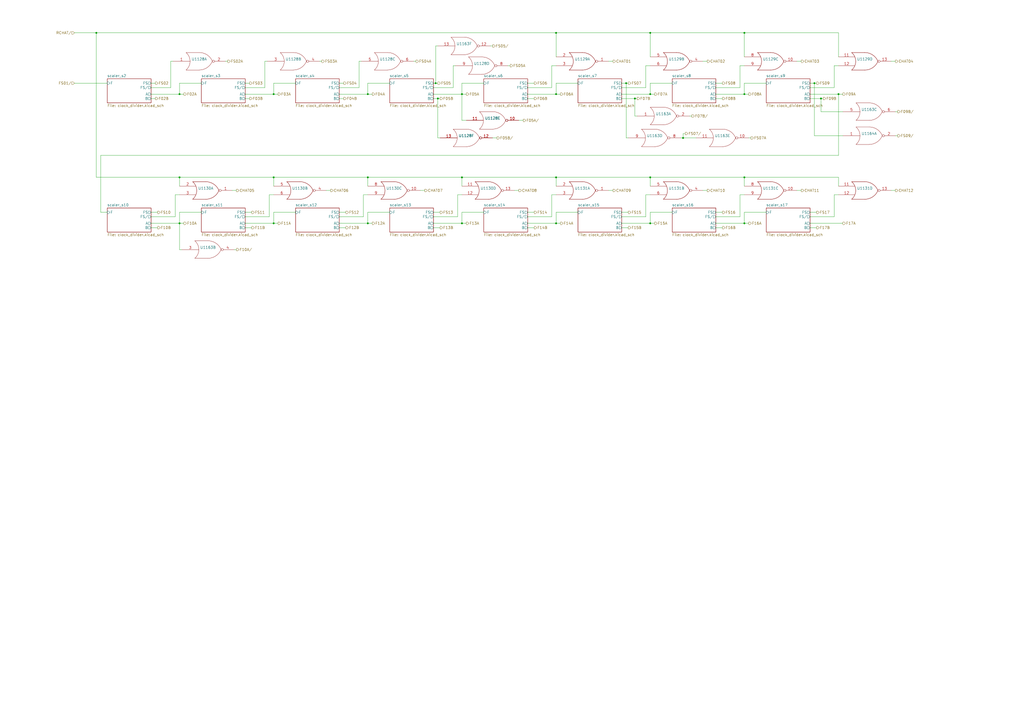
<source format=kicad_sch>
(kicad_sch (version 20211123) (generator eeschema)
  (paper "A2")
  (lib_symbols
    (symbol "agc_kicad_components:74HC02" (pin_names (offset 0.762))
      (property "Reference" "U" (at 0 1.27 0))
      (symbol "74HC02_1_1"
        (arc (start -7.62 -5.08) (mid -5.2708 0) (end -7.62 5.08) (stroke (width 0.2032)))
        (arc (start 0 -5.08) (mid 4.5812 -3.6906) (end 7.62 0) (stroke (width 0.2032)))
        (polyline (pts (xy -7.62 -5.08) (xy 0 -5.08)) (stroke (width 0.2032)))
        (polyline (pts (xy -7.62 5.08) (xy 0 5.08)) (stroke (width 0.2032)))
        (arc (start 7.62 0) (mid 4.5727 3.6819) (end 0 5.08) (stroke (width 0.2032)))
        (pin output inverted (at 15.24 0 180) (length 7.62) (name "~") (number "1"))
        (pin input line (at -15.24 2.54 0) (length 9.398) (name "~") (number "2"))
        (pin input line (at -15.24 -2.54 0) (length 9.398) (name "~") (number "3"))
      )
      (symbol "74HC02_2_1"
        (arc (start -7.62 -5.08) (mid -5.2708 0) (end -7.62 5.08) (stroke (width 0.2032)))
        (arc (start 0 -5.08) (mid 4.5812 -3.6906) (end 7.62 0) (stroke (width 0.2032)))
        (polyline (pts (xy -7.62 -5.08) (xy 0 -5.08)) (stroke (width 0.2032)))
        (polyline (pts (xy -7.62 5.08) (xy 0 5.08)) (stroke (width 0.2032)))
        (arc (start 7.62 0) (mid 4.5727 3.6819) (end 0 5.08) (stroke (width 0.2032)))
        (pin output inverted (at 15.24 0 180) (length 7.62) (name "~") (number "4"))
        (pin input line (at -15.24 2.54 0) (length 9.398) (name "~") (number "5"))
        (pin input line (at -15.24 -2.54 0) (length 9.398) (name "~") (number "6"))
      )
      (symbol "74HC02_3_1"
        (arc (start -7.62 -5.08) (mid -5.2708 0) (end -7.62 5.08) (stroke (width 0.2032)))
        (arc (start 0 -5.08) (mid 4.5812 -3.6906) (end 7.62 0) (stroke (width 0.2032)))
        (polyline (pts (xy -7.62 -5.08) (xy 0 -5.08)) (stroke (width 0.2032)))
        (polyline (pts (xy -7.62 5.08) (xy 0 5.08)) (stroke (width 0.2032)))
        (arc (start 7.62 0) (mid 4.5727 3.6819) (end 0 5.08) (stroke (width 0.2032)))
        (pin output inverted (at 15.24 0 180) (length 7.62) (name "~") (number "10"))
        (pin input line (at -15.24 2.54 0) (length 9.398) (name "~") (number "8"))
        (pin input line (at -15.24 -2.54 0) (length 9.398) (name "~") (number "9"))
      )
      (symbol "74HC02_4_1"
        (arc (start -7.62 -5.08) (mid -5.2708 0) (end -7.62 5.08) (stroke (width 0.2032)))
        (arc (start 0 -5.08) (mid 4.5812 -3.6906) (end 7.62 0) (stroke (width 0.2032)))
        (polyline (pts (xy -7.62 -5.08) (xy 0 -5.08)) (stroke (width 0.2032)))
        (polyline (pts (xy -7.62 5.08) (xy 0 5.08)) (stroke (width 0.2032)))
        (arc (start 7.62 0) (mid 4.5727 3.6819) (end 0 5.08) (stroke (width 0.2032)))
        (pin input line (at -15.24 2.54 0) (length 9.398) (name "~") (number "11"))
        (pin input line (at -15.24 -2.54 0) (length 9.398) (name "~") (number "12"))
        (pin output inverted (at 15.24 0 180) (length 7.62) (name "~") (number "13"))
      )
      (symbol "74HC02_5_0"
        (text "GND" (at 2.54 -3.81 0) (effects (font (size 0.9906 0.9906))))
        (text "VCC" (at 2.54 3.81 0) (effects (font (size 0.9906 0.9906))))
      )
      (symbol "74HC02_5_1"
        (rectangle (start -5.08 2.54) (end 5.08 -2.54))
        (pin power_in line (at 0 6.35 270) (length 3.81) (name "VCC") (number "14"))
        (pin power_in line (at 0 -6.35 90) (length 3.81) (name "GND") (number "7"))
      )
    )
    (symbol "agc_kicad_components:74HC04" (pin_names (offset 0.762))
      (property "Reference" "U" (at 0 1.27 0))
      (symbol "74HC04_1_1"
        (arc (start -7.62 -5.0292) (mid -5.3094 0.0082) (end -7.62 5.0546))
        (arc (start 0 -5.0546) (mid 4.5632 -3.6449) (end 7.5946 0.0508))
        (polyline (pts (xy -7.62 -5.08) (xy 0 -5.08)))
        (polyline (pts (xy -7.62 5.08) (xy 0 5.08)))
        (arc (start 7.62 0) (mid 4.6132 3.6946) (end 0.0508 5.08))
        (pin input line (at -15.24 0 0) (length 9.906) (name "~") (number "1"))
        (pin output inverted (at 15.24 0 180) (length 7.62) (name "~") (number "2"))
      )
      (symbol "74HC04_2_1"
        (arc (start -7.62 -5.0292) (mid -5.3094 0.0082) (end -7.62 5.0546))
        (arc (start 0 -5.0546) (mid 4.5632 -3.6449) (end 7.5946 0.0508))
        (polyline (pts (xy -7.62 -5.08) (xy 0 -5.08)))
        (polyline (pts (xy -7.62 5.08) (xy 0 5.08)))
        (arc (start 7.62 0) (mid 4.6132 3.6946) (end 0.0508 5.08))
        (pin input line (at -15.24 0 0) (length 9.906) (name "~") (number "3"))
        (pin output inverted (at 15.24 0 180) (length 7.62) (name "~") (number "4"))
      )
      (symbol "74HC04_3_1"
        (arc (start -7.62 -5.0292) (mid -5.3094 0.0082) (end -7.62 5.0546))
        (arc (start 0 -5.0546) (mid 4.5632 -3.6449) (end 7.5946 0.0508))
        (polyline (pts (xy -7.62 -5.08) (xy 0 -5.08)))
        (polyline (pts (xy -7.62 5.08) (xy 0 5.08)))
        (arc (start 7.62 0) (mid 4.6132 3.6946) (end 0.0508 5.08))
        (pin input line (at -15.24 0 0) (length 9.906) (name "~") (number "5"))
        (pin output inverted (at 15.24 0 180) (length 7.62) (name "~") (number "6"))
      )
      (symbol "74HC04_4_1"
        (arc (start -7.62 -5.0292) (mid -5.3094 0.0082) (end -7.62 5.0546))
        (arc (start 0 -5.0546) (mid 4.5632 -3.6449) (end 7.5946 0.0508))
        (polyline (pts (xy -7.62 -5.08) (xy 0 -5.08)))
        (polyline (pts (xy -7.62 5.08) (xy 0 5.08)))
        (arc (start 7.62 0) (mid 4.6132 3.6946) (end 0.0508 5.08))
        (pin output inverted (at 15.24 0 180) (length 7.62) (name "~") (number "8"))
        (pin input line (at -15.24 0 0) (length 9.906) (name "~") (number "9"))
      )
      (symbol "74HC04_5_1"
        (arc (start -7.62 -5.0292) (mid -5.3094 0.0082) (end -7.62 5.0546))
        (arc (start 0 -5.0546) (mid 4.5632 -3.6449) (end 7.5946 0.0508))
        (polyline (pts (xy -7.62 -5.08) (xy 0 -5.08)))
        (polyline (pts (xy -7.62 5.08) (xy 0 5.08)))
        (arc (start 7.62 0) (mid 4.6132 3.6946) (end 0.0508 5.08))
        (pin output inverted (at 15.24 0 180) (length 7.62) (name "~") (number "10"))
        (pin input line (at -15.24 0 0) (length 9.906) (name "~") (number "11"))
      )
      (symbol "74HC04_6_1"
        (arc (start -7.62 -5.0292) (mid -5.3094 0.0082) (end -7.62 5.0546))
        (arc (start 0 -5.0546) (mid 4.5632 -3.6449) (end 7.5946 0.0508))
        (polyline (pts (xy -7.62 -5.08) (xy 0 -5.08)))
        (polyline (pts (xy -7.62 5.08) (xy 0 5.08)))
        (arc (start 7.62 0) (mid 4.6132 3.6946) (end 0.0508 5.08))
        (pin output inverted (at 15.24 0 180) (length 7.62) (name "~") (number "12"))
        (pin input line (at -15.24 0 0) (length 9.906) (name "~") (number "13"))
      )
      (symbol "74HC04_7_0"
        (text "GND" (at 2.54 -3.81 0) (effects (font (size 0.9906 0.9906))))
        (text "VCC" (at 2.54 3.81 0) (effects (font (size 0.9906 0.9906))))
      )
      (symbol "74HC04_7_1"
        (rectangle (start -5.08 2.54) (end 5.08 -2.54))
        (pin power_in line (at 0 6.35 270) (length 3.81) (name "VCC") (number "14"))
        (pin power_in line (at 0 -6.35 90) (length 3.81) (name "GND") (number "7"))
      )
    )
  )
  (junction (at 252.73 48.26))
  (junction (at 322.58 102.87))
  (junction (at 158.75 102.87))
  (junction (at 213.36 129.54))
  (junction (at 486.41 54.61))
  (junction (at 377.19 19.05))
  (junction (at 158.75 129.54))
  (junction (at 431.8 54.61))
  (junction (at 322.58 19.05))
  (junction (at 322.58 54.61))
  (junction (at 254 57.15))
  (junction (at 363.22 48.26))
  (junction (at 55.88 19.05))
  (junction (at 267.97 54.61))
  (junction (at 377.19 54.61))
  (junction (at 322.58 129.54))
  (junction (at 213.36 54.61))
  (junction (at 213.36 102.87))
  (junction (at 472.44 48.26))
  (junction (at 104.14 54.61))
  (junction (at 368.3 57.15))
  (junction (at 267.97 129.54))
  (junction (at 377.19 102.87))
  (junction (at 396.24 80.01))
  (junction (at 431.8 19.05))
  (junction (at 431.8 129.54))
  (junction (at 377.19 129.54))
  (junction (at 476.25 57.15))
  (junction (at 158.75 54.61))
  (junction (at 104.14 129.54))
  (junction (at 431.8 102.87))
  (junction (at 104.14 102.87))
  (junction (at 267.97 102.87))
  (wire (pts (xy 431.8 54.61) (xy 431.8 48.26)))
  (wire (pts (xy 483.87 50.8) (xy 483.87 38.1)))
  (wire (pts (xy 251.46 125.73) (xy 265.43 125.73)))
  (wire (pts (xy 251.46 123.19) (xy 255.27 123.19)))
  (wire (pts (xy 267.97 102.87) (xy 267.97 107.95)))
  (wire (pts (xy 142.24 57.15) (xy 144.78 57.15)))
  (wire (pts (xy 196.85 125.73) (xy 210.82 125.73)))
  (wire (pts (xy 104.14 48.26) (xy 116.84 48.26)))
  (wire (pts (xy 251.46 57.15) (xy 254 57.15)))
  (wire (pts (xy 196.85 54.61) (xy 213.36 54.61)))
  (wire (pts (xy 306.07 57.15) (xy 309.88 57.15)))
  (wire (pts (xy 374.65 50.8) (xy 374.65 38.1)))
  (wire (pts (xy 142.24 48.26) (xy 144.78 48.26)))
  (wire (pts (xy 213.36 123.19) (xy 226.06 123.19)))
  (wire (pts (xy 353.06 35.56) (xy 355.6 35.56)))
  (wire (pts (xy 322.58 129.54) (xy 325.12 129.54)))
  (wire (pts (xy 196.85 132.08) (xy 200.66 132.08)))
  (wire (pts (xy 469.9 132.08) (xy 473.71 132.08)))
  (wire (pts (xy 360.68 125.73) (xy 374.65 125.73)))
  (wire (pts (xy 368.3 57.15) (xy 369.57 57.15)))
  (wire (pts (xy 469.9 123.19) (xy 473.71 123.19)))
  (wire (pts (xy 254 57.15) (xy 255.27 57.15)))
  (wire (pts (xy 483.87 113.03) (xy 486.41 113.03)))
  (wire (pts (xy 415.29 129.54) (xy 431.8 129.54)))
  (wire (pts (xy 363.22 48.26) (xy 363.22 80.01)))
  (wire (pts (xy 196.85 48.26) (xy 199.39 48.26)))
  (wire (pts (xy 300.99 69.85) (xy 303.53 69.85)))
  (wire (pts (xy 360.68 123.19) (xy 364.49 123.19)))
  (wire (pts (xy 158.75 48.26) (xy 171.45 48.26)))
  (wire (pts (xy 104.14 123.19) (xy 104.14 129.54)))
  (wire (pts (xy 363.22 48.26) (xy 364.49 48.26)))
  (wire (pts (xy 241.3 35.56) (xy 240.03 35.56)))
  (wire (pts (xy 55.88 19.05) (xy 322.58 19.05)))
  (wire (pts (xy 476.25 64.77) (xy 488.95 64.77)))
  (wire (pts (xy 196.85 50.8) (xy 208.28 50.8)))
  (wire (pts (xy 87.63 132.08) (xy 91.44 132.08)))
  (wire (pts (xy 87.63 50.8) (xy 99.06 50.8)))
  (wire (pts (xy 142.24 54.61) (xy 158.75 54.61)))
  (wire (pts (xy 87.63 123.19) (xy 91.44 123.19)))
  (wire (pts (xy 429.26 113.03) (xy 431.8 113.03)))
  (wire (pts (xy 486.41 90.17) (xy 58.42 90.17)))
  (wire (pts (xy 368.3 57.15) (xy 368.3 67.31)))
  (wire (pts (xy 134.62 110.49) (xy 137.16 110.49)))
  (wire (pts (xy 101.6 125.73) (xy 101.6 113.03)))
  (wire (pts (xy 251.46 129.54) (xy 267.97 129.54)))
  (wire (pts (xy 415.29 54.61) (xy 431.8 54.61)))
  (wire (pts (xy 285.75 26.67) (xy 284.48 26.67)))
  (wire (pts (xy 158.75 123.19) (xy 171.45 123.19)))
  (wire (pts (xy 99.06 50.8) (xy 99.06 35.56)))
  (wire (pts (xy 208.28 50.8) (xy 208.28 35.56)))
  (wire (pts (xy 142.24 125.73) (xy 156.21 125.73)))
  (wire (pts (xy 320.04 113.03) (xy 322.58 113.03)))
  (wire (pts (xy 306.07 50.8) (xy 320.04 50.8)))
  (wire (pts (xy 360.68 132.08) (xy 364.49 132.08)))
  (wire (pts (xy 486.41 19.05) (xy 486.41 33.02)))
  (wire (pts (xy 469.9 129.54) (xy 488.95 129.54)))
  (wire (pts (xy 196.85 129.54) (xy 213.36 129.54)))
  (wire (pts (xy 320.04 38.1) (xy 322.58 38.1)))
  (wire (pts (xy 210.82 113.03) (xy 213.36 113.03)))
  (wire (pts (xy 377.19 129.54) (xy 379.73 129.54)))
  (wire (pts (xy 267.97 129.54) (xy 270.51 129.54)))
  (wire (pts (xy 469.9 48.26) (xy 472.44 48.26)))
  (wire (pts (xy 322.58 102.87) (xy 322.58 107.95)))
  (wire (pts (xy 431.8 48.26) (xy 444.5 48.26)))
  (wire (pts (xy 196.85 123.19) (xy 200.66 123.19)))
  (wire (pts (xy 55.88 19.05) (xy 55.88 102.87)))
  (wire (pts (xy 353.06 110.49) (xy 355.6 110.49)))
  (wire (pts (xy 431.8 129.54) (xy 431.8 123.19)))
  (wire (pts (xy 360.68 48.26) (xy 363.22 48.26)))
  (wire (pts (xy 429.26 38.1) (xy 431.8 38.1)))
  (wire (pts (xy 251.46 48.26) (xy 252.73 48.26)))
  (wire (pts (xy 368.3 67.31) (xy 369.57 67.31)))
  (wire (pts (xy 401.32 67.31) (xy 400.05 67.31)))
  (wire (pts (xy 431.8 102.87) (xy 431.8 107.95)))
  (wire (pts (xy 377.19 129.54) (xy 377.19 123.19)))
  (wire (pts (xy 374.65 38.1) (xy 377.19 38.1)))
  (wire (pts (xy 191.77 110.49) (xy 189.23 110.49)))
  (wire (pts (xy 104.14 129.54) (xy 106.68 129.54)))
  (wire (pts (xy 87.63 54.61) (xy 104.14 54.61)))
  (wire (pts (xy 58.42 123.19) (xy 62.23 123.19)))
  (wire (pts (xy 132.08 35.56) (xy 130.81 35.56)))
  (wire (pts (xy 377.19 19.05) (xy 377.19 33.02)))
  (wire (pts (xy 415.29 132.08) (xy 419.1 132.08)))
  (wire (pts (xy 469.9 57.15) (xy 476.25 57.15)))
  (wire (pts (xy 429.26 125.73) (xy 429.26 113.03)))
  (wire (pts (xy 55.88 102.87) (xy 104.14 102.87)))
  (wire (pts (xy 360.68 129.54) (xy 377.19 129.54)))
  (wire (pts (xy 208.28 35.56) (xy 209.55 35.56)))
  (wire (pts (xy 213.36 102.87) (xy 213.36 107.95)))
  (wire (pts (xy 415.29 48.26) (xy 419.1 48.26)))
  (wire (pts (xy 99.06 35.56) (xy 100.33 35.56)))
  (wire (pts (xy 320.04 125.73) (xy 320.04 113.03)))
  (wire (pts (xy 483.87 38.1) (xy 486.41 38.1)))
  (wire (pts (xy 87.63 48.26) (xy 90.17 48.26)))
  (wire (pts (xy 377.19 19.05) (xy 431.8 19.05)))
  (wire (pts (xy 213.36 102.87) (xy 267.97 102.87)))
  (wire (pts (xy 288.29 80.01) (xy 285.75 80.01)))
  (wire (pts (xy 322.58 129.54) (xy 322.58 123.19)))
  (wire (pts (xy 435.61 80.01) (xy 434.34 80.01)))
  (wire (pts (xy 142.24 132.08) (xy 146.05 132.08)))
  (wire (pts (xy 265.43 125.73) (xy 265.43 113.03)))
  (wire (pts (xy 87.63 129.54) (xy 104.14 129.54)))
  (wire (pts (xy 101.6 113.03) (xy 104.14 113.03)))
  (wire (pts (xy 476.25 57.15) (xy 477.52 57.15)))
  (wire (pts (xy 267.97 54.61) (xy 270.51 54.61)))
  (wire (pts (xy 431.8 102.87) (xy 486.41 102.87)))
  (wire (pts (xy 462.28 35.56) (xy 464.82 35.56)))
  (wire (pts (xy 377.19 54.61) (xy 377.19 48.26)))
  (wire (pts (xy 431.8 129.54) (xy 434.34 129.54)))
  (wire (pts (xy 322.58 123.19) (xy 335.28 123.19)))
  (wire (pts (xy 267.97 129.54) (xy 267.97 123.19)))
  (wire (pts (xy 472.44 48.26) (xy 472.44 78.74)))
  (wire (pts (xy 87.63 125.73) (xy 101.6 125.73)))
  (wire (pts (xy 243.84 110.49) (xy 246.38 110.49)))
  (wire (pts (xy 462.28 110.49) (xy 464.82 110.49)))
  (wire (pts (xy 322.58 54.61) (xy 322.58 48.26)))
  (wire (pts (xy 252.73 48.26) (xy 252.73 26.67)))
  (wire (pts (xy 483.87 125.73) (xy 483.87 113.03)))
  (wire (pts (xy 306.07 125.73) (xy 320.04 125.73)))
  (wire (pts (xy 251.46 132.08) (xy 255.27 132.08)))
  (wire (pts (xy 104.14 102.87) (xy 158.75 102.87)))
  (wire (pts (xy 104.14 144.78) (xy 105.41 144.78)))
  (wire (pts (xy 87.63 57.15) (xy 90.17 57.15)))
  (wire (pts (xy 251.46 50.8) (xy 262.89 50.8)))
  (wire (pts (xy 213.36 48.26) (xy 226.06 48.26)))
  (wire (pts (xy 294.64 38.1) (xy 295.91 38.1)))
  (wire (pts (xy 298.45 110.49) (xy 300.99 110.49)))
  (wire (pts (xy 322.58 19.05) (xy 377.19 19.05)))
  (wire (pts (xy 158.75 102.87) (xy 213.36 102.87)))
  (wire (pts (xy 210.82 125.73) (xy 210.82 113.03)))
  (wire (pts (xy 251.46 54.61) (xy 267.97 54.61)))
  (wire (pts (xy 377.19 54.61) (xy 379.73 54.61)))
  (wire (pts (xy 415.29 57.15) (xy 419.1 57.15)))
  (wire (pts (xy 252.73 26.67) (xy 254 26.67)))
  (wire (pts (xy 360.68 57.15) (xy 368.3 57.15)))
  (wire (pts (xy 360.68 50.8) (xy 374.65 50.8)))
  (wire (pts (xy 153.67 35.56) (xy 154.94 35.56)))
  (wire (pts (xy 394.97 80.01) (xy 396.24 80.01)))
  (wire (pts (xy 213.36 129.54) (xy 215.9 129.54)))
  (wire (pts (xy 397.51 77.47) (xy 396.24 77.47)))
  (wire (pts (xy 407.67 110.49) (xy 410.21 110.49)))
  (wire (pts (xy 431.8 54.61) (xy 434.34 54.61)))
  (wire (pts (xy 267.97 69.85) (xy 270.51 69.85)))
  (wire (pts (xy 415.29 125.73) (xy 429.26 125.73)))
  (wire (pts (xy 267.97 48.26) (xy 267.97 54.61)))
  (wire (pts (xy 469.9 54.61) (xy 486.41 54.61)))
  (wire (pts (xy 104.14 123.19) (xy 116.84 123.19)))
  (wire (pts (xy 431.8 123.19) (xy 444.5 123.19)))
  (wire (pts (xy 267.97 48.26) (xy 280.67 48.26)))
  (wire (pts (xy 306.07 54.61) (xy 322.58 54.61)))
  (wire (pts (xy 185.42 35.56) (xy 186.69 35.56)))
  (wire (pts (xy 213.36 54.61) (xy 213.36 48.26)))
  (wire (pts (xy 377.19 102.87) (xy 431.8 102.87)))
  (wire (pts (xy 267.97 54.61) (xy 267.97 69.85)))
  (wire (pts (xy 158.75 102.87) (xy 158.75 107.95)))
  (wire (pts (xy 396.24 77.47) (xy 396.24 80.01)))
  (wire (pts (xy 486.41 54.61) (xy 486.41 90.17)))
  (wire (pts (xy 254 57.15) (xy 254 80.01)))
  (wire (pts (xy 104.14 54.61) (xy 104.14 48.26)))
  (wire (pts (xy 142.24 129.54) (xy 158.75 129.54)))
  (wire (pts (xy 407.67 35.56) (xy 410.21 35.56)))
  (wire (pts (xy 374.65 113.03) (xy 377.19 113.03)))
  (wire (pts (xy 262.89 38.1) (xy 264.16 38.1)))
  (wire (pts (xy 43.18 19.05) (xy 55.88 19.05)))
  (wire (pts (xy 306.07 48.26) (xy 309.88 48.26)))
  (wire (pts (xy 320.04 50.8) (xy 320.04 38.1)))
  (wire (pts (xy 306.07 129.54) (xy 322.58 129.54)))
  (wire (pts (xy 137.16 144.78) (xy 135.89 144.78)))
  (wire (pts (xy 156.21 113.03) (xy 158.75 113.03)))
  (wire (pts (xy 158.75 54.61) (xy 158.75 48.26)))
  (wire (pts (xy 158.75 129.54) (xy 161.29 129.54)))
  (wire (pts (xy 322.58 102.87) (xy 377.19 102.87)))
  (wire (pts (xy 377.19 102.87) (xy 377.19 107.95)))
  (wire (pts (xy 322.58 19.05) (xy 322.58 33.02)))
  (wire (pts (xy 158.75 54.61) (xy 161.29 54.61)))
  (wire (pts (xy 469.9 50.8) (xy 483.87 50.8)))
  (wire (pts (xy 196.85 57.15) (xy 199.39 57.15)))
  (wire (pts (xy 377.19 123.19) (xy 389.89 123.19)))
  (wire (pts (xy 104.14 129.54) (xy 104.14 144.78)))
  (wire (pts (xy 429.26 50.8) (xy 429.26 38.1)))
  (wire (pts (xy 267.97 102.87) (xy 322.58 102.87)))
  (wire (pts (xy 142.24 50.8) (xy 153.67 50.8)))
  (wire (pts (xy 374.65 125.73) (xy 374.65 113.03)))
  (wire (pts (xy 213.36 129.54) (xy 213.36 123.19)))
  (wire (pts (xy 213.36 54.61) (xy 215.9 54.61)))
  (wire (pts (xy 306.07 123.19) (xy 309.88 123.19)))
  (wire (pts (xy 431.8 19.05) (xy 431.8 33.02)))
  (wire (pts (xy 306.07 132.08) (xy 309.88 132.08)))
  (wire (pts (xy 58.42 90.17) (xy 58.42 123.19)))
  (wire (pts (xy 158.75 129.54) (xy 158.75 123.19)))
  (wire (pts (xy 142.24 123.19) (xy 146.05 123.19)))
  (wire (pts (xy 486.41 54.61) (xy 488.95 54.61)))
  (wire (pts (xy 415.29 50.8) (xy 429.26 50.8)))
  (wire (pts (xy 265.43 113.03) (xy 267.97 113.03)))
  (wire (pts (xy 363.22 80.01) (xy 364.49 80.01)))
  (wire (pts (xy 519.43 35.56) (xy 516.89 35.56)))
  (wire (pts (xy 267.97 123.19) (xy 280.67 123.19)))
  (wire (pts (xy 262.89 50.8) (xy 262.89 38.1)))
  (wire (pts (xy 472.44 78.74) (xy 488.95 78.74)))
  (wire (pts (xy 104.14 102.87) (xy 104.14 107.95)))
  (wire (pts (xy 43.18 48.26) (xy 62.23 48.26)))
  (wire (pts (xy 431.8 19.05) (xy 486.41 19.05)))
  (wire (pts (xy 486.41 102.87) (xy 486.41 107.95)))
  (wire (pts (xy 322.58 48.26) (xy 335.28 48.26)))
  (wire (pts (xy 322.58 54.61) (xy 325.12 54.61)))
  (wire (pts (xy 415.29 123.19) (xy 419.1 123.19)))
  (wire (pts (xy 156.21 125.73) (xy 156.21 113.03)))
  (wire (pts (xy 377.19 48.26) (xy 389.89 48.26)))
  (wire (pts (xy 519.43 78.74) (xy 520.7 78.74)))
  (wire (pts (xy 519.43 64.77) (xy 520.7 64.77)))
  (wire (pts (xy 396.24 80.01) (xy 403.86 80.01)))
  (wire (pts (xy 252.73 48.26) (xy 254 48.26)))
  (wire (pts (xy 104.14 54.61) (xy 106.68 54.61)))
  (wire (pts (xy 476.25 57.15) (xy 476.25 64.77)))
  (wire (pts (xy 254 80.01) (xy 255.27 80.01)))
  (wire (pts (xy 516.89 110.49) (xy 519.43 110.49)))
  (wire (pts (xy 360.68 54.61) (xy 377.19 54.61)))
  (wire (pts (xy 472.44 48.26) (xy 473.71 48.26)))
  (wire (pts (xy 469.9 125.73) (xy 483.87 125.73)))
  (wire (pts (xy 153.67 50.8) (xy 153.67 35.56)))
  (hierarchical_label "F06A" (shape output) (at 325.12 54.61 0) (effects (font (size 1.524 1.524))))
  (hierarchical_label "F14B" (shape output) (at 309.88 132.08 0) (effects (font (size 1.524 1.524))))
  (hierarchical_label "CHAT03" (shape output) (at 464.82 35.56 0) (effects (font (size 1.524 1.524))))
  (hierarchical_label "F07A" (shape output) (at 379.73 54.61 0) (effects (font (size 1.524 1.524))))
  (hierarchical_label "FS07" (shape output) (at 364.49 48.26 0) (effects (font (size 1.524 1.524))))
  (hierarchical_label "FS03A" (shape output) (at 186.69 35.56 0) (effects (font (size 1.524 1.524))))
  (hierarchical_label "F09B/" (shape output) (at 520.7 64.77 0) (effects (font (size 1.524 1.524))))
  (hierarchical_label "CHAT01" (shape output) (at 355.6 35.56 0) (effects (font (size 1.524 1.524))))
  (hierarchical_label "F17A" (shape output) (at 488.95 129.54 0) (effects (font (size 1.524 1.524))))
  (hierarchical_label "CHAT04" (shape output) (at 519.43 35.56 0) (effects (font (size 1.524 1.524))))
  (hierarchical_label "CHAT08" (shape output) (at 300.99 110.49 0) (effects (font (size 1.524 1.524))))
  (hierarchical_label "F12B" (shape output) (at 200.66 132.08 0) (effects (font (size 1.524 1.524))))
  (hierarchical_label "CHAT06" (shape output) (at 191.77 110.49 0) (effects (font (size 1.524 1.524))))
  (hierarchical_label "CHAT05" (shape output) (at 137.16 110.49 0) (effects (font (size 1.524 1.524))))
  (hierarchical_label "FS05" (shape output) (at 254 48.26 0) (effects (font (size 1.524 1.524))))
  (hierarchical_label "F07B" (shape output) (at 369.57 57.15 0) (effects (font (size 1.524 1.524))))
  (hierarchical_label "FS06" (shape output) (at 309.88 48.26 0) (effects (font (size 1.524 1.524))))
  (hierarchical_label "FS07A" (shape output) (at 435.61 80.01 0) (effects (font (size 1.524 1.524))))
  (hierarchical_label "F03B" (shape output) (at 144.78 57.15 0) (effects (font (size 1.524 1.524))))
  (hierarchical_label "FS02" (shape output) (at 90.17 48.26 0) (effects (font (size 1.524 1.524))))
  (hierarchical_label "F05A" (shape output) (at 270.51 54.61 0) (effects (font (size 1.524 1.524))))
  (hierarchical_label "F10B" (shape output) (at 91.44 132.08 0) (effects (font (size 1.524 1.524))))
  (hierarchical_label "F02B" (shape output) (at 90.17 57.15 0) (effects (font (size 1.524 1.524))))
  (hierarchical_label "FS04" (shape output) (at 199.39 48.26 0) (effects (font (size 1.524 1.524))))
  (hierarchical_label "FS12" (shape output) (at 200.66 123.19 0) (effects (font (size 1.524 1.524))))
  (hierarchical_label "CHAT09" (shape output) (at 355.6 110.49 0) (effects (font (size 1.524 1.524))))
  (hierarchical_label "F10A" (shape output) (at 106.68 129.54 0) (effects (font (size 1.524 1.524))))
  (hierarchical_label "FS13" (shape output) (at 255.27 123.19 0) (effects (font (size 1.524 1.524))))
  (hierarchical_label "FS03" (shape output) (at 144.78 48.26 0) (effects (font (size 1.524 1.524))))
  (hierarchical_label "FS10" (shape output) (at 91.44 123.19 0) (effects (font (size 1.524 1.524))))
  (hierarchical_label "F15A" (shape output) (at 379.73 129.54 0) (effects (font (size 1.524 1.524))))
  (hierarchical_label "F05B" (shape output) (at 255.27 57.15 0) (effects (font (size 1.524 1.524))))
  (hierarchical_label "FS17" (shape output) (at 473.71 123.19 0) (effects (font (size 1.524 1.524))))
  (hierarchical_label "F15B" (shape output) (at 364.49 132.08 0) (effects (font (size 1.524 1.524))))
  (hierarchical_label "F12A" (shape output) (at 215.9 129.54 0) (effects (font (size 1.524 1.524))))
  (hierarchical_label "F11B" (shape output) (at 146.05 132.08 0) (effects (font (size 1.524 1.524))))
  (hierarchical_label "F17B" (shape output) (at 473.71 132.08 0) (effects (font (size 1.524 1.524))))
  (hierarchical_label "F03A" (shape output) (at 161.29 54.61 0) (effects (font (size 1.524 1.524))))
  (hierarchical_label "CHAT07" (shape output) (at 246.38 110.49 0) (effects (font (size 1.524 1.524))))
  (hierarchical_label "FS07/" (shape output) (at 397.51 77.47 0) (effects (font (size 1.524 1.524))))
  (hierarchical_label "F04B" (shape output) (at 199.39 57.15 0) (effects (font (size 1.524 1.524))))
  (hierarchical_label "FS15" (shape output) (at 364.49 123.19 0) (effects (font (size 1.524 1.524))))
  (hierarchical_label "CHAT12" (shape output) (at 519.43 110.49 0) (effects (font (size 1.524 1.524))))
  (hierarchical_label "CHAT02" (shape output) (at 410.21 35.56 0) (effects (font (size 1.524 1.524))))
  (hierarchical_label "F16A" (shape output) (at 434.34 129.54 0) (effects (font (size 1.524 1.524))))
  (hierarchical_label "F10A/" (shape output) (at 137.16 144.78 0) (effects (font (size 1.524 1.524))))
  (hierarchical_label "F09B" (shape output) (at 477.52 57.15 0) (effects (font (size 1.524 1.524))))
  (hierarchical_label "FS05/" (shape output) (at 285.75 26.67 0) (effects (font (size 1.524 1.524))))
  (hierarchical_label "F02A" (shape output) (at 106.68 54.61 0) (effects (font (size 1.524 1.524))))
  (hierarchical_label "F05A/" (shape output) (at 303.53 69.85 0) (effects (font (size 1.524 1.524))))
  (hierarchical_label "F14A" (shape output) (at 325.12 129.54 0) (effects (font (size 1.524 1.524))))
  (hierarchical_label "F08B" (shape output) (at 419.1 57.15 0) (effects (font (size 1.524 1.524))))
  (hierarchical_label "F16B" (shape output) (at 419.1 132.08 0) (effects (font (size 1.524 1.524))))
  (hierarchical_label "FS09/" (shape output) (at 520.7 78.74 0) (effects (font (size 1.524 1.524))))
  (hierarchical_label "F11A" (shape output) (at 161.29 129.54 0) (effects (font (size 1.524 1.524))))
  (hierarchical_label "F08A" (shape output) (at 434.34 54.61 0) (effects (font (size 1.524 1.524))))
  (hierarchical_label "F04A" (shape output) (at 215.9 54.61 0) (effects (font (size 1.524 1.524))))
  (hierarchical_label "FS05A" (shape output) (at 295.91 38.1 0) (effects (font (size 1.524 1.524))))
  (hierarchical_label "F07B/" (shape output) (at 401.32 67.31 0) (effects (font (size 1.524 1.524))))
  (hierarchical_label "FS11" (shape output) (at 146.05 123.19 0) (effects (font (size 1.524 1.524))))
  (hierarchical_label "FS01/" (shape input) (at 43.18 48.26 180) (effects (font (size 1.524 1.524))))
  (hierarchical_label "F05B/" (shape output) (at 288.29 80.01 0) (effects (font (size 1.524 1.524))))
  (hierarchical_label "F13B" (shape output) (at 255.27 132.08 0) (effects (font (size 1.524 1.524))))
  (hierarchical_label "CHAT10" (shape output) (at 410.21 110.49 0) (effects (font (size 1.524 1.524))))
  (hierarchical_label "F09A" (shape output) (at 488.95 54.61 0) (effects (font (size 1.524 1.524))))
  (hierarchical_label "FS08" (shape output) (at 419.1 48.26 0) (effects (font (size 1.524 1.524))))
  (hierarchical_label "FS16" (shape output) (at 419.1 123.19 0) (effects (font (size 1.524 1.524))))
  (hierarchical_label "CHAT11" (shape output) (at 464.82 110.49 0) (effects (font (size 1.524 1.524))))
  (hierarchical_label "RCHAT/" (shape input) (at 43.18 19.05 180) (effects (font (size 1.524 1.524))))
  (hierarchical_label "FS04A" (shape output) (at 241.3 35.56 0) (effects (font (size 1.524 1.524))))
  (hierarchical_label "F13A" (shape output) (at 270.51 129.54 0) (effects (font (size 1.524 1.524))))
  (hierarchical_label "F06B" (shape output) (at 309.88 57.15 0) (effects (font (size 1.524 1.524))))
  (hierarchical_label "FS02A" (shape output) (at 132.08 35.56 0) (effects (font (size 1.524 1.524))))
  (hierarchical_label "FS14" (shape output) (at 309.88 123.19 0) (effects (font (size 1.524 1.524))))
  (hierarchical_label "FS09" (shape output) (at 473.71 48.26 0) (effects (font (size 1.524 1.524))))
  (symbol (lib_id "agc_kicad_components:74HC04") (at 115.57 35.56 0) (unit 1)
    (property "Reference" "U1128" (at 115.57 34.29 0) (effects (font (size 1.524 1.524))))
  )
  (symbol (lib_id "agc_kicad_components:74HC04") (at 170.18 35.56 0) (unit 2)
    (property "Reference" "U1128" (at 170.18 34.29 0) (effects (font (size 1.524 1.524))))
  )
  (symbol (lib_id "agc_kicad_components:74HC04") (at 224.79 35.56 0) (unit 3)
    (property "Reference" "U1128" (at 224.79 34.29 0) (effects (font (size 1.524 1.524))))
  )
  (symbol (lib_id "agc_kicad_components:74HC04") (at 279.4 38.1 0) (unit 4)
    (property "Reference" "U1128" (at 279.4 36.83 0) (effects (font (size 1.524 1.524))))
  )
  (symbol (lib_id "agc_kicad_components:74HC02") (at 337.82 35.56 0) (unit 1)
    (property "Reference" "U1129" (at 337.82 34.29 0) (effects (font (size 1.524 1.524))))
  )
  (symbol (lib_id "agc_kicad_components:74HC02") (at 392.43 35.56 0) (unit 2)
    (property "Reference" "U1129" (at 392.43 34.29 0) (effects (font (size 1.524 1.524))))
  )
  (symbol (lib_id "agc_kicad_components:74HC02") (at 447.04 35.56 0) (unit 3)
    (property "Reference" "U1129" (at 447.04 34.29 0) (effects (font (size 1.524 1.524))))
  )
  (symbol (lib_id "agc_kicad_components:74HC02") (at 501.65 35.56 0) (unit 4)
    (property "Reference" "U1129" (at 501.65 34.29 0) (effects (font (size 1.524 1.524))))
  )
  (symbol (lib_id "agc_kicad_components:74HC02") (at 119.38 110.49 0) (unit 1)
    (property "Reference" "U1130" (at 119.38 109.22 0) (effects (font (size 1.524 1.524))))
  )
  (symbol (lib_id "agc_kicad_components:74HC02") (at 173.99 110.49 0) (unit 2)
    (property "Reference" "U1130" (at 173.99 109.22 0) (effects (font (size 1.524 1.524))))
  )
  (symbol (lib_id "agc_kicad_components:74HC02") (at 228.6 110.49 0) (unit 3)
    (property "Reference" "U1130" (at 228.6 109.22 0) (effects (font (size 1.524 1.524))))
  )
  (symbol (lib_id "agc_kicad_components:74HC02") (at 283.21 110.49 0) (unit 4)
    (property "Reference" "U1130" (at 283.21 109.22 0) (effects (font (size 1.524 1.524))))
  )
  (symbol (lib_id "agc_kicad_components:74HC02") (at 337.82 110.49 0) (unit 1)
    (property "Reference" "U1131" (at 337.82 109.22 0) (effects (font (size 1.524 1.524))))
  )
  (symbol (lib_id "agc_kicad_components:74HC02") (at 392.43 110.49 0) (unit 2)
    (property "Reference" "U1131" (at 392.43 109.22 0) (effects (font (size 1.524 1.524))))
  )
  (symbol (lib_id "agc_kicad_components:74HC02") (at 447.04 110.49 0) (unit 3)
    (property "Reference" "U1131" (at 447.04 109.22 0) (effects (font (size 1.524 1.524))))
  )
  (symbol (lib_id "agc_kicad_components:74HC02") (at 501.65 110.49 0) (unit 4)
    (property "Reference" "U1131" (at 501.65 109.22 0) (effects (font (size 1.524 1.524))))
  )
  (symbol (lib_id "agc_kicad_components:74HC04") (at 504.19 64.77 0) (unit 3)
    (property "Reference" "U1163" (at 504.19 63.5 0) (effects (font (size 1.524 1.524))))
  )
  (symbol (lib_id "agc_kicad_components:74HC04") (at 379.73 80.01 0) (unit 4)
    (property "Reference" "U1163" (at 379.73 78.74 0) (effects (font (size 1.524 1.524))))
  )
  (symbol (lib_id "agc_kicad_components:74HC04") (at 419.1 80.01 0) (unit 5)
    (property "Reference" "U1163" (at 419.1 78.74 0) (effects (font (size 1.524 1.524))))
  )
  (symbol (lib_id "agc_kicad_components:74HC04") (at 504.19 78.74 0) (unit 1)
    (property "Reference" "U1164" (at 504.19 77.47 0) (effects (font (size 1.524 1.524))))
  )
  (symbol (lib_id "agc_kicad_components:74HC04") (at 269.24 26.67 0) (unit 6)
    (property "Reference" "U1163" (at 269.24 25.4 0) (effects (font (size 1.524 1.524))))
  )
  (symbol (lib_id "agc_kicad_components:74HC04") (at 285.75 69.85 0) (unit 5)
    (property "Reference" "U1128" (at 285.75 68.58 0) (effects (font (size 1.524 1.524))))
  )
  (symbol (lib_id "agc_kicad_components:74HC04") (at 270.51 80.01 0) (unit 6)
    (property "Reference" "U1128" (at 270.51 78.74 0) (effects (font (size 1.524 1.524))))
  )
  (symbol (lib_id "agc_kicad_components:74HC04") (at 384.81 67.31 0) (unit 1)
    (property "Reference" "U1163" (at 384.81 66.04 0) (effects (font (size 1.524 1.524))))
  )
  (symbol (lib_id "agc_kicad_components:74HC04") (at 120.65 144.78 0) (unit 2)
    (property "Reference" "U1163" (at 120.65 143.51 0) (effects (font (size 1.524 1.524))))
  )
  (sheet (at 62.23 45.72) (size 25.4 13.97)
    (property "Sheet name" "scaler_s2" (at 62.23 44.8814 0) (effects (font (size 1.524 1.524)) (justify left bottom)))
    (property "Sheet file" "clock_divider.kicad_sch" (at 62.23 60.3762 0) (effects (font (size 1.524 1.524)) (justify left top)))
    (pin "F" input (at 62.23 48.26 180) (effects (font (size 1.524 1.524))))
    (pin "FS" output (at 87.63 48.26 0) (effects (font (size 1.524 1.524))))
    (pin "FS/" output (at 87.63 50.8 0) (effects (font (size 1.524 1.524))))
    (pin "A" output (at 87.63 54.61 0) (effects (font (size 1.524 1.524))))
    (pin "B" output (at 87.63 57.15 0) (effects (font (size 1.524 1.524))))
  )
  (sheet (at 116.84 45.72) (size 25.4 13.97)
    (property "Sheet name" "scaler_s3" (at 116.84 44.8814 0) (effects (font (size 1.524 1.524)) (justify left bottom)))
    (property "Sheet file" "clock_divider.kicad_sch" (at 116.84 60.3762 0) (effects (font (size 1.524 1.524)) (justify left top)))
    (pin "F" input (at 116.84 48.26 180) (effects (font (size 1.524 1.524))))
    (pin "FS" output (at 142.24 48.26 0) (effects (font (size 1.524 1.524))))
    (pin "FS/" output (at 142.24 50.8 0) (effects (font (size 1.524 1.524))))
    (pin "A" output (at 142.24 54.61 0) (effects (font (size 1.524 1.524))))
    (pin "B" output (at 142.24 57.15 0) (effects (font (size 1.524 1.524))))
  )
  (sheet (at 171.45 45.72) (size 25.4 13.97)
    (property "Sheet name" "scaler_s4" (at 171.45 44.8814 0) (effects (font (size 1.524 1.524)) (justify left bottom)))
    (property "Sheet file" "clock_divider.kicad_sch" (at 171.45 60.3762 0) (effects (font (size 1.524 1.524)) (justify left top)))
    (pin "F" input (at 171.45 48.26 180) (effects (font (size 1.524 1.524))))
    (pin "FS" output (at 196.85 48.26 0) (effects (font (size 1.524 1.524))))
    (pin "FS/" output (at 196.85 50.8 0) (effects (font (size 1.524 1.524))))
    (pin "A" output (at 196.85 54.61 0) (effects (font (size 1.524 1.524))))
    (pin "B" output (at 196.85 57.15 0) (effects (font (size 1.524 1.524))))
  )
  (sheet (at 226.06 45.72) (size 25.4 13.97)
    (property "Sheet name" "scaler_s5" (at 226.06 44.8814 0) (effects (font (size 1.524 1.524)) (justify left bottom)))
    (property "Sheet file" "clock_divider.kicad_sch" (at 226.06 60.3762 0) (effects (font (size 1.524 1.524)) (justify left top)))
    (pin "F" input (at 226.06 48.26 180) (effects (font (size 1.524 1.524))))
    (pin "FS" output (at 251.46 48.26 0) (effects (font (size 1.524 1.524))))
    (pin "FS/" output (at 251.46 50.8 0) (effects (font (size 1.524 1.524))))
    (pin "A" output (at 251.46 54.61 0) (effects (font (size 1.524 1.524))))
    (pin "B" output (at 251.46 57.15 0) (effects (font (size 1.524 1.524))))
  )
  (sheet (at 280.67 45.72) (size 25.4 13.97)
    (property "Sheet name" "scaler_s6" (at 280.67 44.8814 0) (effects (font (size 1.524 1.524)) (justify left bottom)))
    (property "Sheet file" "clock_divider.kicad_sch" (at 280.67 60.3762 0) (effects (font (size 1.524 1.524)) (justify left top)))
    (pin "F" input (at 280.67 48.26 180) (effects (font (size 1.524 1.524))))
    (pin "FS" output (at 306.07 48.26 0) (effects (font (size 1.524 1.524))))
    (pin "FS/" output (at 306.07 50.8 0) (effects (font (size 1.524 1.524))))
    (pin "A" output (at 306.07 54.61 0) (effects (font (size 1.524 1.524))))
    (pin "B" output (at 306.07 57.15 0) (effects (font (size 1.524 1.524))))
  )
  (sheet (at 335.28 45.72) (size 25.4 13.97)
    (property "Sheet name" "scaler_s7" (at 335.28 44.8814 0) (effects (font (size 1.524 1.524)) (justify left bottom)))
    (property "Sheet file" "clock_divider.kicad_sch" (at 335.28 60.3762 0) (effects (font (size 1.524 1.524)) (justify left top)))
    (pin "F" input (at 335.28 48.26 180) (effects (font (size 1.524 1.524))))
    (pin "FS" output (at 360.68 48.26 0) (effects (font (size 1.524 1.524))))
    (pin "FS/" output (at 360.68 50.8 0) (effects (font (size 1.524 1.524))))
    (pin "A" output (at 360.68 54.61 0) (effects (font (size 1.524 1.524))))
    (pin "B" output (at 360.68 57.15 0) (effects (font (size 1.524 1.524))))
  )
  (sheet (at 389.89 45.72) (size 25.4 13.97)
    (property "Sheet name" "scaler_s8" (at 389.89 44.8814 0) (effects (font (size 1.524 1.524)) (justify left bottom)))
    (property "Sheet file" "clock_divider.kicad_sch" (at 389.89 60.3762 0) (effects (font (size 1.524 1.524)) (justify left top)))
    (pin "F" input (at 389.89 48.26 180) (effects (font (size 1.524 1.524))))
    (pin "FS" output (at 415.29 48.26 0) (effects (font (size 1.524 1.524))))
    (pin "FS/" output (at 415.29 50.8 0) (effects (font (size 1.524 1.524))))
    (pin "A" output (at 415.29 54.61 0) (effects (font (size 1.524 1.524))))
    (pin "B" output (at 415.29 57.15 0) (effects (font (size 1.524 1.524))))
  )
  (sheet (at 444.5 45.72) (size 25.4 13.97)
    (property "Sheet name" "scaler_s9" (at 444.5 44.8814 0) (effects (font (size 1.524 1.524)) (justify left bottom)))
    (property "Sheet file" "clock_divider.kicad_sch" (at 444.5 60.3762 0) (effects (font (size 1.524 1.524)) (justify left top)))
    (pin "F" input (at 444.5 48.26 180) (effects (font (size 1.524 1.524))))
    (pin "FS" output (at 469.9 48.26 0) (effects (font (size 1.524 1.524))))
    (pin "FS/" output (at 469.9 50.8 0) (effects (font (size 1.524 1.524))))
    (pin "A" output (at 469.9 54.61 0) (effects (font (size 1.524 1.524))))
    (pin "B" output (at 469.9 57.15 0) (effects (font (size 1.524 1.524))))
  )
  (sheet (at 62.23 120.65) (size 25.4 13.97)
    (property "Sheet name" "scaler_s10" (at 62.23 119.8114 0) (effects (font (size 1.524 1.524)) (justify left bottom)))
    (property "Sheet file" "clock_divider.kicad_sch" (at 62.23 135.3062 0) (effects (font (size 1.524 1.524)) (justify left top)))
    (pin "F" input (at 62.23 123.19 180) (effects (font (size 1.524 1.524))))
    (pin "FS" output (at 87.63 123.19 0) (effects (font (size 1.524 1.524))))
    (pin "FS/" output (at 87.63 125.73 0) (effects (font (size 1.524 1.524))))
    (pin "A" output (at 87.63 129.54 0) (effects (font (size 1.524 1.524))))
    (pin "B" output (at 87.63 132.08 0) (effects (font (size 1.524 1.524))))
  )
  (sheet (at 116.84 120.65) (size 25.4 13.97)
    (property "Sheet name" "scaler_s11" (at 116.84 119.8114 0) (effects (font (size 1.524 1.524)) (justify left bottom)))
    (property "Sheet file" "clock_divider.kicad_sch" (at 116.84 135.3062 0) (effects (font (size 1.524 1.524)) (justify left top)))
    (pin "F" input (at 116.84 123.19 180) (effects (font (size 1.524 1.524))))
    (pin "FS" output (at 142.24 123.19 0) (effects (font (size 1.524 1.524))))
    (pin "FS/" output (at 142.24 125.73 0) (effects (font (size 1.524 1.524))))
    (pin "A" output (at 142.24 129.54 0) (effects (font (size 1.524 1.524))))
    (pin "B" output (at 142.24 132.08 0) (effects (font (size 1.524 1.524))))
  )
  (sheet (at 171.45 120.65) (size 25.4 13.97)
    (property "Sheet name" "scaler_s12" (at 171.45 119.8114 0) (effects (font (size 1.524 1.524)) (justify left bottom)))
    (property "Sheet file" "clock_divider.kicad_sch" (at 171.45 135.3062 0) (effects (font (size 1.524 1.524)) (justify left top)))
    (pin "F" input (at 171.45 123.19 180) (effects (font (size 1.524 1.524))))
    (pin "FS" output (at 196.85 123.19 0) (effects (font (size 1.524 1.524))))
    (pin "FS/" output (at 196.85 125.73 0) (effects (font (size 1.524 1.524))))
    (pin "A" output (at 196.85 129.54 0) (effects (font (size 1.524 1.524))))
    (pin "B" output (at 196.85 132.08 0) (effects (font (size 1.524 1.524))))
  )
  (sheet (at 226.06 120.65) (size 25.4 13.97)
    (property "Sheet name" "scaler_s13" (at 226.06 119.8114 0) (effects (font (size 1.524 1.524)) (justify left bottom)))
    (property "Sheet file" "clock_divider.kicad_sch" (at 226.06 135.3062 0) (effects (font (size 1.524 1.524)) (justify left top)))
    (pin "F" input (at 226.06 123.19 180) (effects (font (size 1.524 1.524))))
    (pin "FS" output (at 251.46 123.19 0) (effects (font (size 1.524 1.524))))
    (pin "FS/" output (at 251.46 125.73 0) (effects (font (size 1.524 1.524))))
    (pin "A" output (at 251.46 129.54 0) (effects (font (size 1.524 1.524))))
    (pin "B" output (at 251.46 132.08 0) (effects (font (size 1.524 1.524))))
  )
  (sheet (at 280.67 120.65) (size 25.4 13.97)
    (property "Sheet name" "scaler_s14" (at 280.67 119.8114 0) (effects (font (size 1.524 1.524)) (justify left bottom)))
    (property "Sheet file" "clock_divider.kicad_sch" (at 280.67 135.3062 0) (effects (font (size 1.524 1.524)) (justify left top)))
    (pin "F" input (at 280.67 123.19 180) (effects (font (size 1.524 1.524))))
    (pin "FS" output (at 306.07 123.19 0) (effects (font (size 1.524 1.524))))
    (pin "FS/" output (at 306.07 125.73 0) (effects (font (size 1.524 1.524))))
    (pin "A" output (at 306.07 129.54 0) (effects (font (size 1.524 1.524))))
    (pin "B" output (at 306.07 132.08 0) (effects (font (size 1.524 1.524))))
  )
  (sheet (at 335.28 120.65) (size 25.4 13.97)
    (property "Sheet name" "scaler_s15" (at 335.28 119.8114 0) (effects (font (size 1.524 1.524)) (justify left bottom)))
    (property "Sheet file" "clock_divider.kicad_sch" (at 335.28 135.3062 0) (effects (font (size 1.524 1.524)) (justify left top)))
    (pin "F" input (at 335.28 123.19 180) (effects (font (size 1.524 1.524))))
    (pin "FS" output (at 360.68 123.19 0) (effects (font (size 1.524 1.524))))
    (pin "FS/" output (at 360.68 125.73 0) (effects (font (size 1.524 1.524))))
    (pin "A" output (at 360.68 129.54 0) (effects (font (size 1.524 1.524))))
    (pin "B" output (at 360.68 132.08 0) (effects (font (size 1.524 1.524))))
  )
  (sheet (at 389.89 120.65) (size 25.4 13.97)
    (property "Sheet name" "scaler_s16" (at 389.89 119.8114 0) (effects (font (size 1.524 1.524)) (justify left bottom)))
    (property "Sheet file" "clock_divider.kicad_sch" (at 389.89 135.3062 0) (effects (font (size 1.524 1.524)) (justify left top)))
    (pin "F" input (at 389.89 123.19 180) (effects (font (size 1.524 1.524))))
    (pin "FS" output (at 415.29 123.19 0) (effects (font (size 1.524 1.524))))
    (pin "FS/" output (at 415.29 125.73 0) (effects (font (size 1.524 1.524))))
    (pin "A" output (at 415.29 129.54 0) (effects (font (size 1.524 1.524))))
    (pin "B" output (at 415.29 132.08 0) (effects (font (size 1.524 1.524))))
  )
  (sheet (at 444.5 120.65) (size 25.4 13.97)
    (property "Sheet name" "scaler_s17" (at 444.5 119.8114 0) (effects (font (size 1.524 1.524)) (justify left bottom)))
    (property "Sheet file" "clock_divider.kicad_sch" (at 444.5 135.3062 0) (effects (font (size 1.524 1.524)) (justify left top)))
    (pin "F" input (at 444.5 123.19 180) (effects (font (size 1.524 1.524))))
    (pin "FS" output (at 469.9 123.19 0) (effects (font (size 1.524 1.524))))
    (pin "FS/" output (at 469.9 125.73 0) (effects (font (size 1.524 1.524))))
    (pin "A" output (at 469.9 129.54 0) (effects (font (size 1.524 1.524))))
    (pin "B" output (at 469.9 132.08 0) (effects (font (size 1.524 1.524))))
  )
)
</source>
